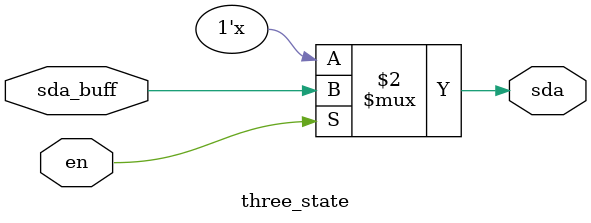
<source format=v>
module three_state (
    input en,
    input sda_buff,
    output sda
);
    assign sda = (en == 1'b1) ? sda_buff : 1'bz;
endmodule
</source>
